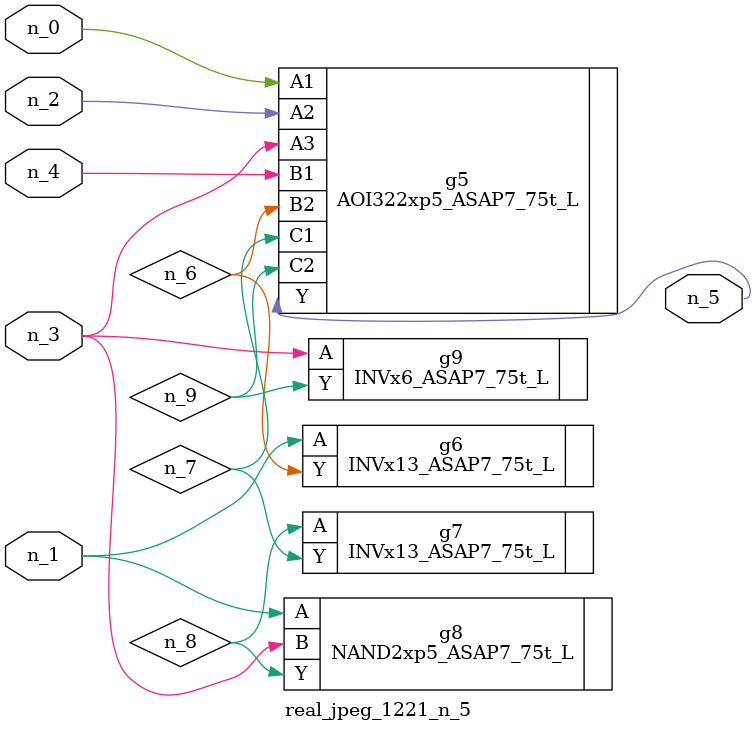
<source format=v>
module real_jpeg_1221_n_5 (n_4, n_0, n_1, n_2, n_3, n_5);

input n_4;
input n_0;
input n_1;
input n_2;
input n_3;

output n_5;

wire n_8;
wire n_6;
wire n_7;
wire n_9;

AOI322xp5_ASAP7_75t_L g5 ( 
.A1(n_0),
.A2(n_2),
.A3(n_3),
.B1(n_4),
.B2(n_6),
.C1(n_7),
.C2(n_9),
.Y(n_5)
);

INVx13_ASAP7_75t_L g6 ( 
.A(n_1),
.Y(n_6)
);

NAND2xp5_ASAP7_75t_L g8 ( 
.A(n_1),
.B(n_3),
.Y(n_8)
);

INVx6_ASAP7_75t_L g9 ( 
.A(n_3),
.Y(n_9)
);

INVx13_ASAP7_75t_L g7 ( 
.A(n_8),
.Y(n_7)
);


endmodule
</source>
